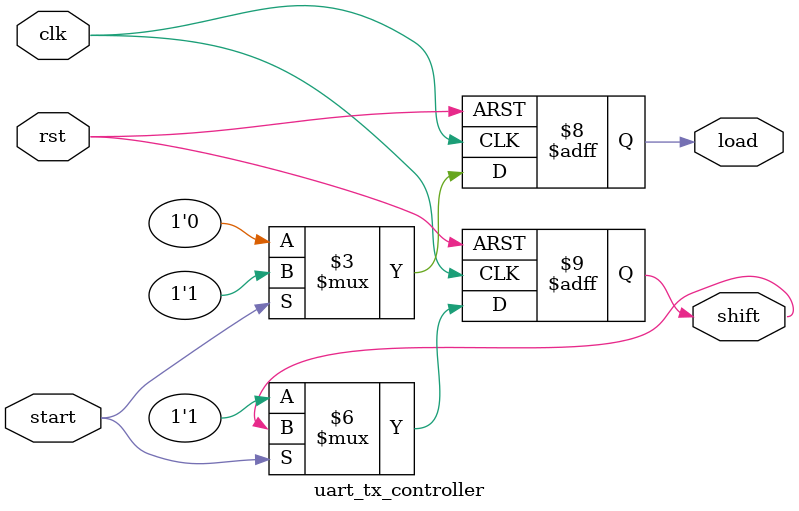
<source format=v>
module uart_tx_controller (
    input wire clk,
    input wire rst,
    input wire start,
    output reg load,
    output reg shift
);
    always @(posedge clk or posedge rst) begin
        if (rst) begin
            load <= 0;
            shift <= 0;
        end else if (start) begin
            load <= 1;
        end else begin
            load <= 0;
            shift <= 1;
        end
    end
endmodule

</source>
